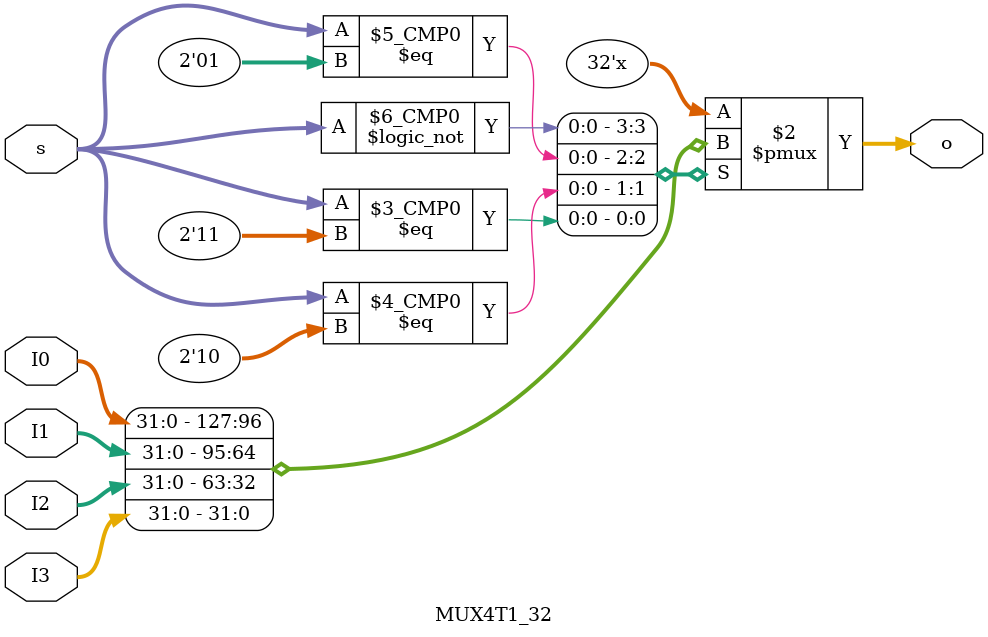
<source format=v>
`timescale 1ns / 1ps
module MUX4T1_32(input [1:0]s,
	input [31:0]I0,
	input [31:0]I1,
	input [31:0]I2,
	input [31:0]I3,
	output reg[31:0]o
);
	always @* begin
		case(s)
			2'b00:o=I0;
			2'b01:o=I1;
			2'b10:o=I2;
			2'b11:o=I3;
		endcase
	end
	
endmodule
</source>
